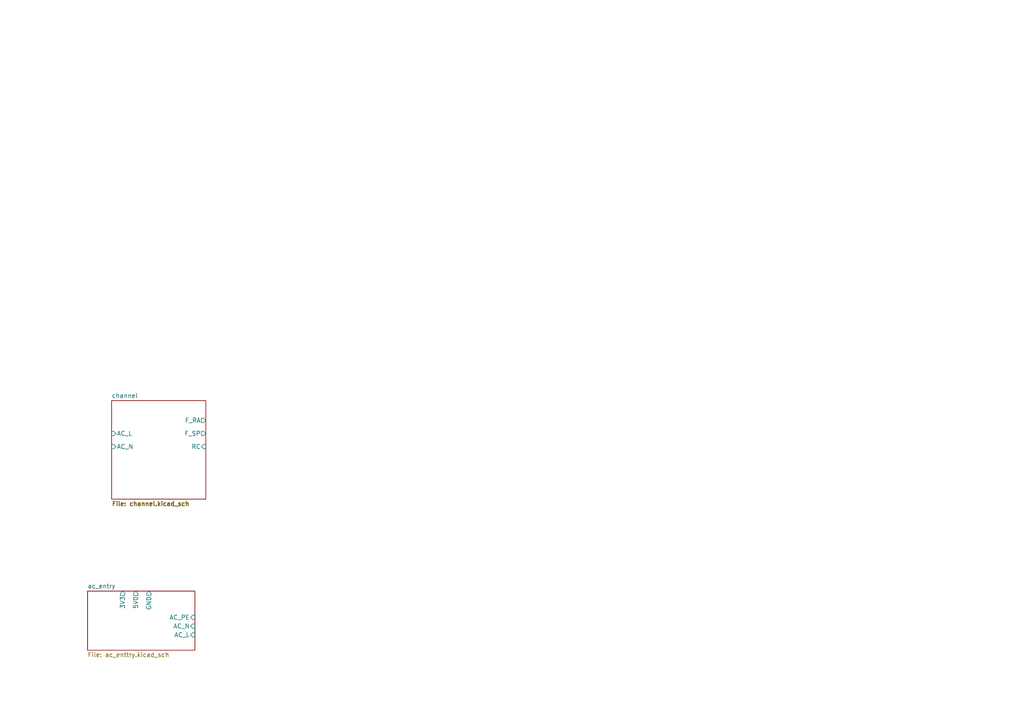
<source format=kicad_sch>
(kicad_sch
	(version 20250114)
	(generator "eeschema")
	(generator_version "9.0")
	(uuid "562f0466-4b33-457c-9475-874a1201f7de")
	(paper "A4")
	(title_block
		(title "Common blocks form MC Products")
		(date "2025-06-26")
		(rev "1.0")
		(company "Nelees")
	)
	(lib_symbols)
	(sheet
		(at 25.4 171.45)
		(size 31.115 17.145)
		(exclude_from_sim no)
		(in_bom yes)
		(on_board yes)
		(dnp no)
		(fields_autoplaced yes)
		(stroke
			(width 0.1524)
			(type solid)
		)
		(fill
			(color 0 0 0 0.0000)
		)
		(uuid "d64cd1d2-87b1-41b6-83d7-f0a2e37f53d7")
		(property "Sheetname" "ac_entry"
			(at 25.4 170.7384 0)
			(effects
				(font
					(size 1.27 1.27)
				)
				(justify left bottom)
			)
		)
		(property "Sheetfile" "ac_enttry.kicad_sch"
			(at 25.4 189.1796 0)
			(effects
				(font
					(size 1.27 1.27)
				)
				(justify left top)
			)
		)
		(pin "3V3" output
			(at 35.56 171.45 90)
			(uuid "4d85d3c1-37e8-444e-ac03-34bc74ff48e3")
			(effects
				(font
					(size 1.27 1.27)
				)
				(justify right)
			)
		)
		(pin "5V0" output
			(at 39.37 171.45 90)
			(uuid "b8e20792-30e6-4d2d-be8c-6d43aa9e7517")
			(effects
				(font
					(size 1.27 1.27)
				)
				(justify right)
			)
		)
		(pin "AC_N" input
			(at 56.515 181.61 0)
			(uuid "b3b903c8-ac73-4e48-a812-a402b2c8fa91")
			(effects
				(font
					(size 1.27 1.27)
				)
				(justify right)
			)
		)
		(pin "AC_PE" input
			(at 56.515 179.07 0)
			(uuid "221ec152-c5fe-43d5-a053-3c0d65532b0a")
			(effects
				(font
					(size 1.27 1.27)
				)
				(justify right)
			)
		)
		(pin "GND" output
			(at 43.18 171.45 90)
			(uuid "87e5c237-e1d2-4d8d-890d-b2711c093c3c")
			(effects
				(font
					(size 1.27 1.27)
				)
				(justify right)
			)
		)
		(pin "­AC_L" input
			(at 56.515 184.15 0)
			(uuid "3376d7fb-88c7-4d6c-8722-7550a356d126")
			(effects
				(font
					(size 1.27 1.27)
				)
				(justify right)
			)
		)
		(instances
			(project "MC_Series"
				(path "/562f0466-4b33-457c-9475-874a1201f7de"
					(page "2")
				)
			)
		)
	)
	(sheet
		(at 32.385 116.205)
		(size 27.305 28.575)
		(exclude_from_sim no)
		(in_bom yes)
		(on_board yes)
		(dnp no)
		(fields_autoplaced yes)
		(stroke
			(width 0.1524)
			(type solid)
		)
		(fill
			(color 0 0 0 0.0000)
		)
		(uuid "efcfc51e-9a6c-465c-b63a-4d233e1de3bf")
		(property "Sheetname" "channel"
			(at 32.385 115.4934 0)
			(effects
				(font
					(size 1.27 1.27)
				)
				(justify left bottom)
			)
		)
		(property "Sheetfile" "channel.kicad_sch"
			(at 32.385 145.3646 0)
			(effects
				(font
					(size 1.27 1.27)
					(thickness 0.254)
					(bold yes)
				)
				(justify left top)
			)
		)
		(pin "AC_L" input
			(at 32.385 125.73 180)
			(uuid "c08a9afc-b780-49b8-b3e2-152aaec81039")
			(effects
				(font
					(size 1.27 1.27)
				)
				(justify left)
			)
		)
		(pin "AC_N" input
			(at 32.385 129.54 180)
			(uuid "f68a8568-a3f5-4365-9353-77d205af7768")
			(effects
				(font
					(size 1.27 1.27)
				)
				(justify left)
			)
		)
		(pin "F_RA" output
			(at 59.69 121.92 0)
			(uuid "c517bf2f-78b0-4af9-83a3-cca4457183ab")
			(effects
				(font
					(size 1.27 1.27)
				)
				(justify right)
			)
		)
		(pin "F_SP" output
			(at 59.69 125.73 0)
			(uuid "f1ff21e3-0634-44bd-b998-9f3e8b4b139b")
			(effects
				(font
					(size 1.27 1.27)
				)
				(justify right)
			)
		)
		(pin "RC" input
			(at 59.69 129.54 0)
			(uuid "23261997-2563-4f61-b55b-0f95b1f82733")
			(effects
				(font
					(size 1.27 1.27)
				)
				(justify right)
			)
		)
		(instances
			(project "MC_Series"
				(path "/562f0466-4b33-457c-9475-874a1201f7de"
					(page "3")
				)
			)
		)
	)
	(sheet_instances
		(path "/"
			(page "1")
		)
	)
	(embedded_fonts no)
)

</source>
